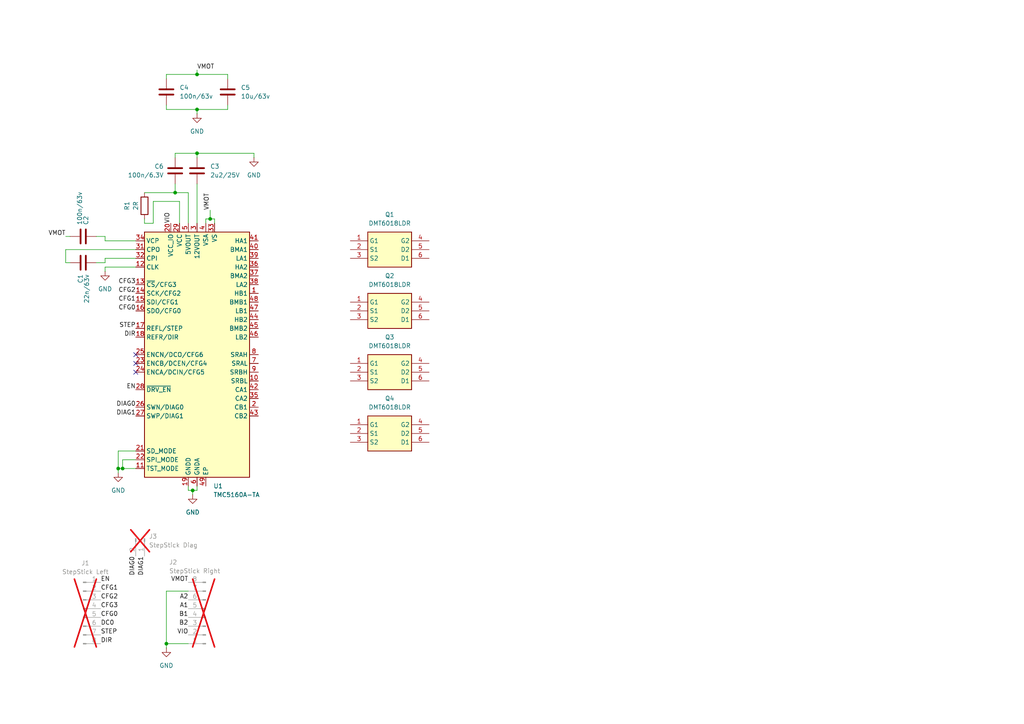
<source format=kicad_sch>
(kicad_sch (version 20231120) (generator "eeschema") (generator_version "8.0")
  (paper "A4")
  (lib_symbols
    (symbol "Connector:Conn_01x02_Pin" (pin_names (offset 1.016) hide)
      (property "Reference" "J" (at 0 2.54 0))
      (property "Value" "Conn_01x02_Pin" (at 0 -5.08 0))
      (symbol "Conn_01x02_Pin_1_1"
        (polyline (pts (xy 1.27 -2.54) (xy 0.8636 -2.54)) (stroke (width 0.1524)))
        (polyline (pts (xy 1.27 0) (xy 0.8636 0)) (stroke (width 0.1524)))
        (rectangle (start 0.8636 -2.413) (end 0 -2.667) (stroke (width 0.1524)) (fill (type outline)))
        (rectangle (start 0.8636 0.127) (end 0 -0.127) (stroke (width 0.1524)) (fill (type outline)))
        (pin passive line (at 5.08 0 180) (length 3.81) (name "Pin_1") (number "1"))
        (pin passive line (at 5.08 -2.54 180) (length 3.81) (name "Pin_2") (number "2"))
      )
    )
    (symbol "Connector:Conn_01x08_Pin" (pin_names (offset 1.016) hide)
      (property "Reference" "J" (at 0 10.16 0))
      (property "Value" "Conn_01x08_Pin" (at 0 -12.7 0))
      (symbol "Conn_01x08_Pin_1_1"
        (polyline (pts (xy 1.27 -10.16) (xy 0.8636 -10.16)) (stroke (width 0.1524)))
        (polyline (pts (xy 1.27 -7.62) (xy 0.8636 -7.62)) (stroke (width 0.1524)))
        (polyline (pts (xy 1.27 -5.08) (xy 0.8636 -5.08)) (stroke (width 0.1524)))
        (polyline (pts (xy 1.27 -2.54) (xy 0.8636 -2.54)) (stroke (width 0.1524)))
        (polyline (pts (xy 1.27 0) (xy 0.8636 0)) (stroke (width 0.1524)))
        (polyline (pts (xy 1.27 2.54) (xy 0.8636 2.54)) (stroke (width 0.1524)))
        (polyline (pts (xy 1.27 5.08) (xy 0.8636 5.08)) (stroke (width 0.1524)))
        (polyline (pts (xy 1.27 7.62) (xy 0.8636 7.62)) (stroke (width 0.1524)))
        (rectangle (start 0.8636 -10.033) (end 0 -10.287) (stroke (width 0.1524)) (fill (type outline)))
        (rectangle (start 0.8636 -7.493) (end 0 -7.747) (stroke (width 0.1524)) (fill (type outline)))
        (rectangle (start 0.8636 -4.953) (end 0 -5.207) (stroke (width 0.1524)) (fill (type outline)))
        (rectangle (start 0.8636 -2.413) (end 0 -2.667) (stroke (width 0.1524)) (fill (type outline)))
        (rectangle (start 0.8636 0.127) (end 0 -0.127) (stroke (width 0.1524)) (fill (type outline)))
        (rectangle (start 0.8636 2.667) (end 0 2.413) (stroke (width 0.1524)) (fill (type outline)))
        (rectangle (start 0.8636 5.207) (end 0 4.953) (stroke (width 0.1524)) (fill (type outline)))
        (rectangle (start 0.8636 7.747) (end 0 7.493) (stroke (width 0.1524)) (fill (type outline)))
        (pin passive line (at 5.08 7.62 180) (length 3.81) (name "Pin_1") (number "1"))
        (pin passive line (at 5.08 5.08 180) (length 3.81) (name "Pin_2") (number "2"))
        (pin passive line (at 5.08 2.54 180) (length 3.81) (name "Pin_3") (number "3"))
        (pin passive line (at 5.08 0 180) (length 3.81) (name "Pin_4") (number "4"))
        (pin passive line (at 5.08 -2.54 180) (length 3.81) (name "Pin_5") (number "5"))
        (pin passive line (at 5.08 -5.08 180) (length 3.81) (name "Pin_6") (number "6"))
        (pin passive line (at 5.08 -7.62 180) (length 3.81) (name "Pin_7") (number "7"))
        (pin passive line (at 5.08 -10.16 180) (length 3.81) (name "Pin_8") (number "8"))
      )
    )
    (symbol "DMT6018LDR:DMT6018LDR"
      (property "Reference" "Q" (at -6.096 10.16 0))
      (property "Value" "DMT6018LDR" (at -6.096 7.62 0))
      (symbol "DMT6018LDR_1_1"
        (rectangle (start -6.35 5.08) (end 6.35 -5.08) (stroke (width 0.254)) (fill (type background)))
        (pin passive line (at -11.43 2.54 0) (length 5.08) (name "G1") (number "1"))
        (pin passive line (at -11.43 0 0) (length 5.08) (name "S1") (number "2"))
        (pin passive line (at -11.43 -2.54 0) (length 5.08) (name "S2") (number "3"))
        (pin passive line (at 11.43 2.54 180) (length 5.08) (name "G2") (number "4"))
        (pin passive line (at 11.43 0 180) (length 5.08) (name "D2") (number "5"))
        (pin passive line (at 11.43 -2.54 180) (length 5.08) (name "D1") (number "6"))
      )
    )
    (symbol "Device:C" (pin_numbers hide) (pin_names (offset 0.254))
      (property "Reference" "C" (at 0.635 2.54 0))
      (property "Value" "C" (at 0.635 -2.54 0))
      (symbol "C_0_1"
        (polyline (pts (xy -2.032 -0.762) (xy 2.032 -0.762)) (stroke (width 0.508)))
        (polyline (pts (xy -2.032 0.762) (xy 2.032 0.762)) (stroke (width 0.508)))
      )
      (symbol "C_1_1"
        (pin passive line (at 0 3.81 270) (length 2.794) (name "~") (number "1"))
        (pin passive line (at 0 -3.81 90) (length 2.794) (name "~") (number "2"))
      )
    )
    (symbol "Device:R" (pin_numbers hide) (pin_names (offset 0))
      (property "Reference" "R" (at 2.032 0 90))
      (property "Value" "R" (at 0 0 90))
      (symbol "R_0_1"
        (rectangle (start -1.016 -2.54) (end 1.016 2.54) (stroke (width 0.254)))
      )
      (symbol "R_1_1"
        (pin passive line (at 0 3.81 270) (length 1.27) (name "~") (number "1"))
        (pin passive line (at 0 -3.81 90) (length 1.27) (name "~") (number "2"))
      )
    )
    (symbol "Driver_Motor:TMC5160A-TA"
      (property "Reference" "U" (at -11.43 38.1 0))
      (property "Value" "TMC5160A-TA" (at 10.16 38.1 0))
      (symbol "TMC5160A-TA_1_0"
        (rectangle (start -15.24 -35.56) (end 15.24 35.56) (stroke (width 0.254)) (fill (type background)))
      )
      (symbol "TMC5160A-TA_1_1"
        (pin output line (at 17.78 17.78 180) (length 2.54) (name "HB1") (number "1"))
        (pin passive line (at 17.78 -7.62 180) (length 2.54) (name "SRBL") (number "10"))
        (pin input line (at -17.78 -33.02 0) (length 2.54) (name "TST_MODE") (number "11"))
        (pin input line (at -17.78 25.4 0) (length 2.54) (name "CLK") (number "12"))
        (pin input line (at -17.78 20.32 0) (length 2.54) (name "~{CS}/CFG3") (number "13"))
        (pin input line (at -17.78 17.78 0) (length 2.54) (name "SCK/CFG2") (number "14"))
        (pin input line (at -17.78 15.24 0) (length 2.54) (name "SDI/CFG1") (number "15"))
        (pin bidirectional line (at -17.78 12.7 0) (length 2.54) (name "SDO/CFG0") (number "16"))
        (pin input line (at -17.78 7.62 0) (length 2.54) (name "REFL/STEP") (number "17"))
        (pin input line (at -17.78 5.08 0) (length 2.54) (name "REFR/DIR") (number "18"))
        (pin power_in line (at -2.54 -38.1 90) (length 2.54) (name "GNDD") (number "19"))
        (pin passive line (at 17.78 -15.24 180) (length 2.54) (name "CB1") (number "2"))
        (pin power_in line (at -7.62 38.1 270) (length 2.54) (name "VCC_IO") (number "20"))
        (pin input line (at -17.78 -27.94 0) (length 2.54) (name "SD_MODE") (number "21"))
        (pin input line (at -17.78 -30.48 0) (length 2.54) (name "SPI_MODE") (number "22"))
        (pin input line (at -17.78 -2.54 0) (length 2.54) (name "ENCB/DCEN/CFG4") (number "23"))
        (pin input line (at -17.78 -5.08 0) (length 2.54) (name "ENCA/DCIN/CFG5") (number "24"))
        (pin bidirectional line (at -17.78 0 0) (length 2.54) (name "ENCN/DCO/CFG6") (number "25"))
        (pin bidirectional line (at -17.78 -15.24 0) (length 2.54) (name "SWN/DIAG0") (number "26"))
        (pin bidirectional line (at -17.78 -17.78 0) (length 2.54) (name "SWP/DIAG1") (number "27"))
        (pin input line (at -17.78 -10.16 0) (length 2.54) (name "~{DRV_EN}") (number "28"))
        (pin power_in line (at -5.08 38.1 270) (length 2.54) (name "VCC") (number "29"))
        (pin power_out line (at 0 38.1 270) (length 2.54) (name "12VOUT") (number "3"))
        (pin passive line (at -2.54 -38.1 90) (length 2.54) hide (name "GNDD") (number "30"))
        (pin passive line (at -17.78 30.48 0) (length 2.54) (name "CPO") (number "31"))
        (pin passive line (at -17.78 27.94 0) (length 2.54) (name "CPI") (number "32"))
        (pin power_in line (at 5.08 38.1 270) (length 2.54) (name "VS") (number "33"))
        (pin passive line (at -17.78 33.02 0) (length 2.54) (name "VCP") (number "34"))
        (pin passive line (at 17.78 -12.7 180) (length 2.54) (name "CA2") (number "35"))
        (pin output line (at 17.78 25.4 180) (length 2.54) (name "HA2") (number "36"))
        (pin passive line (at 17.78 22.86 180) (length 2.54) (name "BMA2") (number "37"))
        (pin output line (at 17.78 20.32 180) (length 2.54) (name "LA2") (number "38"))
        (pin output line (at 17.78 27.94 180) (length 2.54) (name "LA1") (number "39"))
        (pin power_in line (at 2.54 38.1 270) (length 2.54) (name "VSA") (number "4"))
        (pin passive line (at 17.78 30.48 180) (length 2.54) (name "BMA1") (number "40"))
        (pin output line (at 17.78 33.02 180) (length 2.54) (name "HA1") (number "41"))
        (pin passive line (at 17.78 -10.16 180) (length 2.54) (name "CA1") (number "42"))
        (pin passive line (at 17.78 -17.78 180) (length 2.54) (name "CB2") (number "43"))
        (pin output line (at 17.78 10.16 180) (length 2.54) (name "HB2") (number "44"))
        (pin passive line (at 17.78 7.62 180) (length 2.54) (name "BMB2") (number "45"))
        (pin output line (at 17.78 5.08 180) (length 2.54) (name "LB2") (number "46"))
        (pin output line (at 17.78 12.7 180) (length 2.54) (name "LB1") (number "47"))
        (pin passive line (at 17.78 15.24 180) (length 2.54) (name "BMB1") (number "48"))
        (pin power_in line (at 2.54 -38.1 90) (length 2.54) (name "EP") (number "49"))
        (pin power_out line (at -2.54 38.1 270) (length 2.54) (name "5VOUT") (number "5"))
        (pin power_in line (at 0 -38.1 90) (length 2.54) (name "GNDA") (number "6"))
        (pin passive line (at 17.78 -2.54 180) (length 2.54) (name "SRAL") (number "7"))
        (pin passive line (at 17.78 0 180) (length 2.54) (name "SRAH") (number "8"))
        (pin passive line (at 17.78 -5.08 180) (length 2.54) (name "SRBH") (number "9"))
      )
    )
    (symbol "power:GND" (power) (pin_numbers hide) (pin_names (offset 0) hide)
      (property "Value" "GND" (at 0 -3.81 0))
      (symbol "GND_0_1"
        (polyline (pts (xy 0 0) (xy 0 -1.27) (xy 1.27 -1.27) (xy 0 -2.54) (xy -1.27 -1.27) (xy 0 -1.27)))
      )
      (symbol "GND_1_1"
        (pin power_in line (at 0 0 270) (length 0) (name "~") (number "1"))
      )
    )
  )
  (junction (at 48.26 186.69))
  (junction (at 35.56 135.89))
  (junction (at 57.15 44.45))
  (junction (at 55.88 142.24))
  (junction (at 50.8 55.88))
  (junction (at 57.15 21.59))
  (junction (at 57.15 31.75))
  (junction (at 60.96 63.5))
  (junction (at 34.29 135.89))
  (no_connect (at 39.37 107.95))
  (no_connect (at 39.37 102.87))
  (no_connect (at 39.37 105.41))
  (wire (pts (xy 57.15 53.34) (xy 57.15 64.77)))
  (wire (pts (xy 57.15 21.59) (xy 66.04 21.59)))
  (wire (pts (xy 30.48 69.85) (xy 39.37 69.85)))
  (wire (pts (xy 48.26 186.69) (xy 54.61 186.69)))
  (wire (pts (xy 62.23 63.5) (xy 62.23 64.77)))
  (wire (pts (xy 50.8 44.45) (xy 57.15 44.45)))
  (wire (pts (xy 41.91 64.77) (xy 44.45 64.77)))
  (wire (pts (xy 66.04 31.75) (xy 57.15 31.75)))
  (wire (pts (xy 57.15 142.24) (xy 57.15 140.97)))
  (wire (pts (xy 41.91 63.5) (xy 41.91 64.77)))
  (wire (pts (xy 59.69 63.5) (xy 60.96 63.5)))
  (wire (pts (xy 48.26 30.48) (xy 48.26 31.75)))
  (wire (pts (xy 57.15 44.45) (xy 73.66 44.45)))
  (wire (pts (xy 59.69 63.5) (xy 59.69 64.77)))
  (wire (pts (xy 50.8 45.72) (xy 50.8 44.45)))
  (wire (pts (xy 30.48 68.58) (xy 30.48 69.85)))
  (wire (pts (xy 54.61 140.97) (xy 54.61 142.24)))
  (wire (pts (xy 60.96 63.5) (xy 60.96 60.96)))
  (wire (pts (xy 34.29 135.89) (xy 35.56 135.89)))
  (wire (pts (xy 66.04 21.59) (xy 66.04 22.86)))
  (wire (pts (xy 44.45 58.42) (xy 52.07 58.42)))
  (wire (pts (xy 27.94 76.2) (xy 30.48 76.2)))
  (wire (pts (xy 55.88 142.24) (xy 55.88 143.51)))
  (wire (pts (xy 57.15 20.32) (xy 57.15 21.59)))
  (wire (pts (xy 48.26 22.86) (xy 48.26 21.59)))
  (wire (pts (xy 19.05 72.39) (xy 19.05 76.2)))
  (wire (pts (xy 55.88 142.24) (xy 57.15 142.24)))
  (wire (pts (xy 54.61 171.45) (xy 48.26 171.45)))
  (wire (pts (xy 54.61 142.24) (xy 55.88 142.24)))
  (wire (pts (xy 35.56 133.35) (xy 35.56 135.89)))
  (wire (pts (xy 34.29 130.81) (xy 34.29 135.89)))
  (wire (pts (xy 30.48 74.93) (xy 39.37 74.93)))
  (wire (pts (xy 54.61 55.88) (xy 54.61 64.77)))
  (wire (pts (xy 57.15 31.75) (xy 57.15 33.02)))
  (wire (pts (xy 57.15 45.72) (xy 57.15 44.45)))
  (wire (pts (xy 48.26 21.59) (xy 57.15 21.59)))
  (wire (pts (xy 27.94 68.58) (xy 30.48 68.58)))
  (wire (pts (xy 48.26 171.45) (xy 48.26 186.69)))
  (wire (pts (xy 19.05 72.39) (xy 39.37 72.39)))
  (wire (pts (xy 41.91 55.88) (xy 50.8 55.88)))
  (wire (pts (xy 34.29 137.16) (xy 34.29 135.89)))
  (wire (pts (xy 50.8 55.88) (xy 54.61 55.88)))
  (wire (pts (xy 60.96 63.5) (xy 62.23 63.5)))
  (wire (pts (xy 30.48 77.47) (xy 30.48 78.74)))
  (wire (pts (xy 73.66 44.45) (xy 73.66 45.72)))
  (wire (pts (xy 66.04 30.48) (xy 66.04 31.75)))
  (wire (pts (xy 39.37 133.35) (xy 35.56 133.35)))
  (wire (pts (xy 48.26 186.69) (xy 48.26 187.96)))
  (wire (pts (xy 19.05 68.58) (xy 20.32 68.58)))
  (wire (pts (xy 44.45 64.77) (xy 44.45 58.42)))
  (wire (pts (xy 39.37 130.81) (xy 34.29 130.81)))
  (wire (pts (xy 57.15 31.75) (xy 48.26 31.75)))
  (wire (pts (xy 50.8 53.34) (xy 50.8 55.88)))
  (wire (pts (xy 39.37 77.47) (xy 30.48 77.47)))
  (wire (pts (xy 19.05 76.2) (xy 20.32 76.2)))
  (wire (pts (xy 30.48 76.2) (xy 30.48 74.93)))
  (wire (pts (xy 35.56 135.89) (xy 39.37 135.89)))
  (wire (pts (xy 52.07 58.42) (xy 52.07 64.77)))
  (label "B2" (at 54.61 181.61 180))
  (label "VMOT" (at 19.05 68.58 180))
  (label "B1" (at 54.61 179.07 180))
  (label "DIAG1" (at 39.37 120.65 180))
  (label "STEP" (at 39.37 95.25 180))
  (label "CFG2" (at 29.21 173.99 0))
  (label "DC0" (at 29.21 181.61 0))
  (label "VIO" (at 49.53 64.77 90))
  (label "A1" (at 54.61 176.53 180))
  (label "EN" (at 29.21 168.91 0))
  (label "DIR" (at 39.37 97.79 180))
  (label "A2" (at 54.61 173.99 180))
  (label "CFG0" (at 39.37 90.17 180))
  (label "CFG1" (at 29.21 171.45 0))
  (label "CFG2" (at 39.37 85.09 180))
  (label "CFG3" (at 29.21 176.53 0))
  (label "DIAG0" (at 39.37 118.11 180))
  (label "CFG0" (at 29.21 179.07 0))
  (label "CFG1" (at 39.37 87.63 180))
  (label "EN" (at 39.37 113.03 180))
  (label "VMOT" (at 60.96 60.96 90))
  (label "STEP" (at 29.21 184.15 0))
  (label "DIAG1" (at 41.91 161.29 270))
  (label "DIR" (at 29.21 186.69 0))
  (label "VIO" (at 54.61 184.15 180))
  (label "DIAG0" (at 39.37 161.29 270))
  (label "VMOT" (at 54.61 168.91 180))
  (label "VMOT" (at 57.15 20.32 0))
  (label "CFG3" (at 39.37 82.55 180))
  (symbol (lib_id "Device:C") (at 57.15 49.53 0) (unit 1)
    (property "Reference" "C3" (at 60.96 48.2599 0) (effects (justify left)))
    (property "Value" "2u2/25V" (at 60.96 50.7999 0) (effects (justify left)))
    (property "Description" "Unpolarized capacitor" (effects (hide yes)))
  )
  (symbol (lib_id "DMT6018LDR:DMT6018LDR") (at 113.03 72.39 0) (unit 1)
    (property "Reference" "Q1" (at 113.03 62.23 0))
    (property "Value" "DMT6018LDR" (at 113.03 64.77 0))
    (property "Footprint" "V-DFN3030-8 (Type H)" (effects (hide yes)))
    (property "Datasheet" "https://www.diodes.com//assets/Datasheets/DMT6018LDR.pdf" (effects (hide yes)))
    (property "Description" "MOSFET 2N-CH 60V 8.8A 8VDFN" (effects (hide yes)))
    (property "MPN" "DMT6018LDR-7" (effects (hide yes)))
    (property "Mouser" "621-DMT6018LDR-7" (effects (hide yes)))
    (property "DigiKey" "31-DMT6018LDR-7CT-ND" (effects (hide yes)))
    (property "LCSC" "C5272861" (effects (hide yes)))
  )
  (symbol (lib_id "power:GND") (at 34.29 137.16 0) (unit 1)
    (property "Reference" "#PWR03" (effects (hide yes)))
    (property "Value" "GND" (at 34.29 142.24 0))
    (property "Description" "Power symbol creates a global label with name \"GND\" , ground" (effects (hide yes)))
  )
  (symbol (lib_id "Device:C") (at 48.26 26.67 0) (unit 1)
    (property "Reference" "C4" (at 52.07 25.3999 0) (effects (justify left)))
    (property "Value" "100n/63v" (at 52.07 27.9399 0) (effects (justify left)))
    (property "Description" "Unpolarized capacitor" (effects (hide yes)))
  )
  (symbol (lib_id "DMT6018LDR:DMT6018LDR") (at 113.03 107.95 0) (unit 1)
    (property "Reference" "Q3" (at 113.03 97.79 0))
    (property "Value" "DMT6018LDR" (at 113.03 100.33 0))
    (property "Footprint" "V-DFN3030-8 (Type H)" (effects (hide yes)))
    (property "Datasheet" "https://www.diodes.com//assets/Datasheets/DMT6018LDR.pdf" (effects (hide yes)))
    (property "Description" "MOSFET 2N-CH 60V 8.8A 8VDFN" (effects (hide yes)))
    (property "MPN" "DMT6018LDR-7" (effects (hide yes)))
    (property "Mouser" "621-DMT6018LDR-7" (effects (hide yes)))
    (property "DigiKey" "31-DMT6018LDR-7CT-ND" (effects (hide yes)))
    (property "LCSC" "C5272861" (effects (hide yes)))
  )
  (symbol (lib_id "Device:C") (at 24.13 68.58 270) (unit 1)
    (property "Reference" "C2" (at 25.654 65.278 0) (effects (justify right top)))
    (property "Value" "100n/63v" (at 23.114 65.278 0) (effects (justify right)))
    (property "Description" "Unpolarized capacitor" (effects (hide yes)))
  )
  (symbol (lib_id "Connector:Conn_01x08_Pin") (at 24.13 176.53 0) (unit 1) (dnp yes)
    (property "Reference" "J1" (at 24.765 163.322 0))
    (property "Value" "StepStick Left" (at 24.765 165.862 0))
    (property "Footprint" "Connector_PinHeader_2.54mm:PinHeader_1x08_P2.54mm_Vertical" (effects (hide yes)))
    (property "Description" "Generic connector, single row, 01x08, script generated" (effects (hide yes)))
  )
  (symbol (lib_id "power:GND") (at 48.26 187.96 0) (unit 1)
    (property "Reference" "#PWR02" (effects (hide yes)))
    (property "Value" "GND" (at 48.26 193.04 0))
    (property "Description" "Power symbol creates a global label with name \"GND\" , ground" (effects (hide yes)))
  )
  (symbol (lib_id "Connector:Conn_01x08_Pin") (at 59.69 179.07 180) (unit 1) (dnp yes)
    (property "Reference" "J2" (at 49.022 163.068 0) (effects (justify right)))
    (property "Value" "StepStick Right" (at 49.022 165.608 0) (effects (justify right)))
    (property "Footprint" "Connector_PinHeader_2.54mm:PinHeader_1x08_P2.54mm_Vertical" (effects (hide yes)))
    (property "Description" "Generic connector, single row, 01x08, script generated" (effects (hide yes)))
  )
  (symbol (lib_id "power:GND") (at 73.66 45.72 0) (unit 1)
    (property "Reference" "#PWR05" (effects (hide yes)))
    (property "Value" "GND" (at 73.66 50.8 0))
    (property "Description" "Power symbol creates a global label with name \"GND\" , ground" (effects (hide yes)))
  )
  (symbol (lib_id "power:GND") (at 55.88 143.51 0) (unit 1)
    (property "Reference" "#PWR01" (effects (hide yes)))
    (property "Value" "GND" (at 55.88 148.59 0))
    (property "Description" "Power symbol creates a global label with name \"GND\" , ground" (effects (hide yes)))
  )
  (symbol (lib_id "Connector:Conn_01x02_Pin") (at 41.91 156.21 270) (unit 1) (dnp yes)
    (property "Reference" "J3" (at 43.18 155.5749 90) (effects (justify left)))
    (property "Value" "StepStick Diag" (at 43.18 158.1149 90) (effects (justify left)))
    (property "Footprint" "Connector_PinHeader_2.54mm:PinHeader_1x02_P2.54mm_Vertical" (effects (hide yes)))
    (property "Description" "Generic connector, single row, 01x02, script generated" (effects (hide yes)))
  )
  (symbol (lib_id "Device:C") (at 66.04 26.67 0) (unit 1)
    (property "Reference" "C5" (at 69.85 25.3999 0) (effects (justify left)))
    (property "Value" "10u/63v" (at 69.85 27.9399 0) (effects (justify left)))
    (property "Description" "Unpolarized capacitor" (effects (hide yes)))
  )
  (symbol (lib_id "power:GND") (at 57.15 33.02 0) (unit 1)
    (property "Reference" "#PWR06" (effects (hide yes)))
    (property "Value" "GND" (at 57.15 38.1 0))
    (property "Description" "Power symbol creates a global label with name \"GND\" , ground" (effects (hide yes)))
  )
  (symbol (lib_id "Device:C") (at 24.13 76.2 90) (unit 1)
    (property "Reference" "C1" (at 22.606 79.502 0) (effects (justify right top)))
    (property "Value" "22n/63v" (at 25.146 79.502 0) (effects (justify right)))
    (property "Description" "Unpolarized capacitor" (effects (hide yes)))
  )
  (symbol (lib_id "Driver_Motor:TMC5160A-TA") (at 57.15 102.87 0) (unit 1)
    (property "Reference" "U1" (at 61.8841 140.97 0) (effects (justify left)))
    (property "Value" "TMC5160A-TA" (at 61.8841 143.51 0) (effects (justify left)))
    (property "Footprint" "Package_QFP:TQFP-48-1EP_7x7mm_P0.5mm_EP5x5mm_ThermalVias" (effects (hide yes)))
    (property "Datasheet" "https://www.trinamic.com/fileadmin/assets/Products/ICs_Documents/TMC5160A_Datasheet_Rev1.14.pdf" (effects (hide yes)))
    (property "Description" "20A Driver for two-phase bipolar stepper motor, SPI, UART, TQFP-48" (effects (hide yes)))
  )
  (symbol (lib_id "Device:C") (at 50.8 49.53 0) (unit 1)
    (property "Reference" "C6" (at 47.498 48.26 0) (effects (justify right)))
    (property "Value" "100n/6.3V" (at 47.498 50.8 0) (effects (justify right)))
    (property "Description" "Unpolarized capacitor" (effects (hide yes)))
  )
  (symbol (lib_id "Device:R") (at 41.91 59.69 180) (unit 1)
    (property "Reference" "R1" (at 36.83 59.69 90))
    (property "Value" "2R" (at 39.37 59.69 90))
    (property "Description" "Resistor" (effects (hide yes)))
  )
  (symbol (lib_id "DMT6018LDR:DMT6018LDR") (at 113.03 90.17 0) (unit 1)
    (property "Reference" "Q2" (at 113.03 80.01 0))
    (property "Value" "DMT6018LDR" (at 113.03 82.55 0))
    (property "Footprint" "V-DFN3030-8 (Type H)" (effects (hide yes)))
    (property "Datasheet" "https://www.diodes.com//assets/Datasheets/DMT6018LDR.pdf" (effects (hide yes)))
    (property "Description" "MOSFET 2N-CH 60V 8.8A 8VDFN" (effects (hide yes)))
    (property "MPN" "DMT6018LDR-7" (effects (hide yes)))
    (property "Mouser" "621-DMT6018LDR-7" (effects (hide yes)))
    (property "DigiKey" "31-DMT6018LDR-7CT-ND" (effects (hide yes)))
    (property "LCSC" "C5272861" (effects (hide yes)))
  )
  (symbol (lib_id "power:GND") (at 30.48 78.74 0) (unit 1)
    (property "Reference" "#PWR04" (effects (hide yes)))
    (property "Value" "GND" (at 30.48 83.82 0))
    (property "Description" "Power symbol creates a global label with name \"GND\" , ground" (effects (hide yes)))
  )
  (symbol (lib_id "DMT6018LDR:DMT6018LDR") (at 113.03 125.73 0) (unit 1)
    (property "Reference" "Q4" (at 113.03 115.57 0))
    (property "Value" "DMT6018LDR" (at 113.03 118.11 0))
    (property "Footprint" "V-DFN3030-8 (Type H)" (effects (hide yes)))
    (property "Datasheet" "https://www.diodes.com//assets/Datasheets/DMT6018LDR.pdf" (effects (hide yes)))
    (property "Description" "MOSFET 2N-CH 60V 8.8A 8VDFN" (effects (hide yes)))
    (property "MPN" "DMT6018LDR-7" (effects (hide yes)))
    (property "Mouser" "621-DMT6018LDR-7" (effects (hide yes)))
    (property "DigiKey" "31-DMT6018LDR-7CT-ND" (effects (hide yes)))
    (property "LCSC" "C5272861" (effects (hide yes)))
  )
)
</source>
